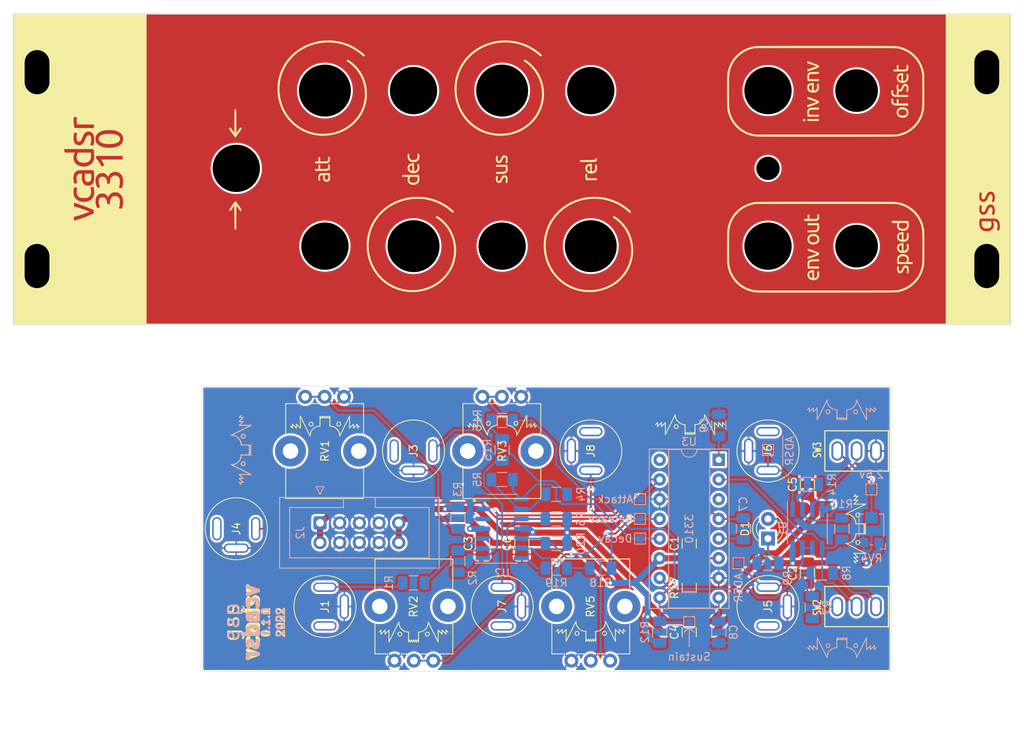
<source format=kicad_pcb>
(kicad_pcb (version 20211014) (generator pcbnew)
  (layers (0 "F.Cu" signal) (31 "B.Cu" signal) (34 "B.Paste" user) (35 "F.Paste" user) (36 "B.SilkS" user "B.Silkscreen") (37 "F.SilkS" user "F.Silkscreen") (38 "B.Mask" user) (39 "F.Mask" user) (44 "Edge.Cuts" user))
  (net 0 "")
  (net 1 "+12V")
  (net 2 "GND")
  (net 3 "-12V")
  (net 4 "Net-(C7-Pad2)")
  (net 5 "Net-(C7-Pad1)")
  (net 6 "Net-(C8-Pad2)")
  (net 7 "Net-(C9-Pad1)")
  (net 8 "Net-(D1-Pad1)")
  (net 9 "Net-(D1-Pad2)")
  (net 10 "Net-(J1-PadT)")
  (net 11 "Net-(R1-Pad1)")
  (net 12 "Attack")
  (net 13 "Net-(R3-Pad1)")
  (net 14 "Net-(R4-Pad1)")
  (net 15 "Net-(J3-PadT)")
  (net 16 "Decay")
  (net 17 "Net-(R6-Pad1)")
  (net 18 "Net-(R7-Pad1)")
  (net 19 "Net-(R7-Pad2)")
  (net 20 "Net-(R8-Pad2)")
  (net 21 "Sustain")
  (net 22 "Net-(R13-Pad2)")
  (net 23 "Net-(R13-Pad1)")
  (net 24 "Net-(J6-PadT)")
  (net 25 "Net-(R15-Pad1)")
  (net 26 "Net-(J7-PadT)")
  (net 27 "Net-(R17-Pad2)")
  (net 28 "Net-(J8-PadT)")
  (net 29 "Net-(R18-Pad1)")
  (net 30 "Release")
  (net 31 "Net-(R20-Pad1)")
  (net 32 "Net-(RV4-Pad2)")
  (net 33 "Net-(SW3-Pad2)")
  (net 43 "Net-(U2-Pad6)")
  (footprint "Capacitor_SMD:C_1206_3216Metric" (layer "F.Cu") (at 347.345 11.43 -90)
    (fp_text reference "C1")
    (fp_text value "100nF")
  )
  (footprint "Capacitor_SMD:C_1206_3216Metric" (layer "F.Cu") (at 362.585 15.24 90)
    (fp_text reference "C2")
    (fp_text value "100nF")
  )
  (footprint "Capacitor_SMD:C_1206_3216Metric" (layer "F.Cu") (at 320.675 11.43 90)
    (fp_text reference "C3")
    (fp_text value "100nF")
  )
  (footprint "Capacitor_SMD:C_1206_3216Metric" (layer "F.Cu") (at 347.345 22.86 -90)
    (fp_text reference "C4")
    (fp_text value "100nF")
  )
  (footprint "Capacitor_SMD:C_1206_3216Metric" (layer "F.Cu") (at 362.585 3.81 90)
    (fp_text reference "C5")
    (fp_text value "100nF")
  )
  (footprint "Capacitor_SMD:C_1206_3216Metric" (layer "F.Cu") (at 325.755 11.43 -90)
    (fp_text reference "C6")
    (fp_text value "100nF")
  )
  (footprint "LED_THT:LED_D3.0mm" (layer "F.Cu") (at 357.505 10.795 90)
    (fp_text reference "D1")
    (fp_text value "Blue")
  )
  (footprint "Resistor_SMD:R_1206_3216Metric" (layer "F.Cu") (at 347.345 17.145 90)
    (fp_text reference "R17")
    (fp_text value "470")
  )
  (footprint "Potentiometer_THT:Potentiometer_Alps_RK09K_Single_Vertical" (layer "F.Cu") (at 297.815 -7.493 -90)
    (fp_text reference "RV1")
    (fp_text value "10k log")
  )
  (footprint "Potentiometer_THT:Potentiometer_Alps_RK09K_Single_Vertical" (layer "F.Cu") (at 314.325 26.543 90)
    (fp_text reference "RV2")
    (fp_text value "10k log")
  )
  (footprint "component-library:STMS-102-Micro_Toggle_Switch_SPDT" (layer "F.Cu") (at 368.935 19.558 90)
    (fp_text reference "SW2")
    (fp_text value "SW_SPDT")
  )
  (footprint "component-library:STMS-102-Micro_Toggle_Switch_SPDT" (layer "F.Cu") (at 368.935 -0.508 90)
    (fp_text reference "SW3")
    (fp_text value "SW_SPDT")
  )
  (footprint "Potentiometer_THT:Potentiometer_Alps_RK09K_Single_Vertical" (layer "F.Cu") (at 320.675 -7.493 -90)
    (fp_text reference "RV3")
    (fp_text value "100k lin")
  )
  (footprint "Potentiometer_THT:Potentiometer_Alps_RK09K_Single_Vertical" (layer "F.Cu") (at 337.145 26.543 90)
    (fp_text reference "RV5")
    (fp_text value "10k log")
  )
  (footprint "component-library:PJ-392" (layer "F.Cu") (at 300.355 19.558 -90)
    (fp_text reference "J1")
    (fp_text value "CV Attack")
  )
  (footprint "component-library:PJ-392" (layer "F.Cu") (at 311.785 -0.508 180)
    (fp_text reference "J3")
    (fp_text value "CV Decay")
  )
  (footprint "component-library:PJ-392" (layer "F.Cu") (at 288.925 9.525 180)
    (fp_text reference "J4")
    (fp_text value "CV Gate")
  )
  (footprint "component-library:PJ-392" (layer "F.Cu") (at 357.505 19.558 -90)
    (fp_text reference "J5")
    (fp_text value "Envelope")
  )
  (footprint "component-library:PJ-392" (layer "F.Cu") (at 357.505 -0.508 90)
    (fp_text reference "J6")
    (fp_text value "Inverse Env")
  )
  (footprint "component-library:PJ-392" (layer "F.Cu") (at 323.215 19.558 -90)
    (fp_text reference "J7")
    (fp_text value "CV Sustain")
  )
  (footprint "component-library:PJ-392" (layer "F.Cu") (at 334.645 -0.508 90)
    (fp_text reference "J8")
    (fp_text value "CV Release")
  )
  (footprint "component-library:alien_small" (layer "F.Cu") (at 323.215 -5.08 180)
    (fp_text reference "  " hide)
    (fp_text value "  " hide)
  )
  (footprint "component-library:alien_small" (layer "F.Cu") (at 300.355 -4.985 180)
    (fp_text reference "  " hide)
    (fp_text value "  " hide)
  )
  (footprint "component-library:alien_small" (layer "F.Cu") (at 290.83 -0.635 90)
    (fp_text reference "  " hide)
    (fp_text value "  " hide)
  )
  (footprint "component-library:alien_small" (layer "F.Cu") (at 370.11 9.525 90)
    (fp_text reference "  " hide)
    (fp_text value "  " hide)
  )
  (footprint "component-library:alien_small" (layer "F.Cu") (at 334.645 24.035)
    (fp_text reference "  " hide)
    (fp_text value "  " hide)
  )
  (footprint "drill_sizes:MountingHole_SMTS_Switch" (layer "F.Cu") (at 368.935 -46.99 90)
    (fp_text reference "REF**" hide)
    (fp_text value "MountingHole_5.5mm" hide)
  )
  (footprint "drill_sizes:MountingHole_PJ-392" (layer "F.Cu") (at 357.505 -46.99 90)
    (fp_text reference "REF**" hide)
    (fp_text value "MountingHole_6.1" hide)
  )
  (footprint "drill_sizes:MountingHole_SMTS_Switch" (layer "F.Cu") (at 368.935 -26.924 90)
    (fp_text reference "REF**" hide)
    (fp_text value "MountingHole_5.5mm" hide)
  )
  (footprint "drill_sizes:MountingHole_PJ-392" (layer "F.Cu") (at 300.355 -26.924 90)
    (fp_text reference "REF**" hide)
    (fp_text value "MountingHole_6.1" hide)
  )
  (footprint "drill_sizes:8hp" (layer "F.Cu") (at 260.223 -16.8656 90)
    (fp_text reference "REF**" hide)
    (fp_text value "8hp" hide)
    (fp_line (start 0 0) (end 40 0) (layer "Edge.Cuts") (width 0.12))
    (fp_line (start 40 128.5) (end 0 128.5) (layer "Edge.Cuts") (width 0.12))
    (fp_line (start 0 0) (end 0 128.5) (layer "Edge.Cuts") (width 0.12))
    (fp_line (start 40 0) (end 40 128.5) (layer "Edge.Cuts") (width 0.12))
  )
  (footprint "drill_sizes:MountingHole_PJ-392" (layer "F.Cu") (at 357.505 -26.924 90)
    (fp_text reference "REF**" hide)
    (fp_text value "MountingHole_6.1" hide)
  )
  (footprint "drill_sizes:MountingHole_PJ-392" (layer "F.Cu") (at 323.215 -26.924 90)
    (fp_text reference "REF**" hide)
    (fp_text value "MountingHole_6.1" hide)
  )
  (footprint "frontpanel:adsr-3310" (layer "F.Cu") (at 324.485 -36.83 90)
    (fp_text reference "G***" hide)
    (fp_text value "LOGO" hide)
  )
  (footprint "MountingHole:MountingHole_3mm" (layer "F.Cu") (at 357.505 -36.957 90)
    (fp_text reference "REF**" hide)
    (fp_text value "MountingHole_3mm" hide)
  )
  (footprint "drill_sizes:MountingHole_PJ-392" (layer "F.Cu") (at 311.785 -46.99 90)
    (fp_text reference "REF**" hide)
    (fp_text value "MountingHole_6.1" hide)
  )
  (footprint "drill_sizes:MountingHole_RK09_V" (layer "F.Cu") (at 311.785 -26.924 90)
    (fp_text reference "REF**" hide)
    (fp_text value "MountingHole_RK09_V" hide)
  )
  (footprint "drill_sizes:MountingHole_RK09_V" (layer "F.Cu") (at 323.215 -46.99 90)
    (fp_text reference "REF**" hide)
    (fp_text value "MountingHole_RK09_V" hide)
  )
  (footprint "drill_sizes:MountingHole_PJ-392" (layer "F.Cu") (at 288.925 -36.957 90)
    (fp_text reference "REF**" hide)
    (fp_text value "MountingHole_6.1" hide)
  )
  (footprint "component-library:alien_small" (layer "F.Cu") (at 347.44 -2.635)
    (fp_text reference "  " hide)
    (fp_text value "  " hide)
  )
  (footprint "drill_sizes:MountingHole_RK09_V" (layer "F.Cu") (at 334.645 -26.924 90)
    (fp_text reference "REF**" hide)
    (fp_text value "MountingHole_RK09_V" hide)
  )
  (footprint "drill_sizes:MountingHole_PJ-392" (layer "F.Cu") (at 334.645 -46.99 90)
    (fp_text reference "REF**" hide)
    (fp_text value "MountingHole_6.1" hide)
  )
  (footprint "component-library:alien_small" (layer "F.Cu") (at 311.785 24.13)
    (fp_text reference "  " hide)
    (fp_text value "  " hide)
  )
  (footprint "drill_sizes:MountingHole_RK09_V" (layer "F.Cu") (at 300.355 -46.99 90)
    (fp_text reference "REF**" hide)
    (fp_text value "MountingHole_RK09_V" hide)
  )
  (footprint "Capacitor_SMD:C_1206_3216Metric" (layer "B.Cu") (at 354.33 9.535 90)
    (fp_text reference "C7")
    (fp_text value "3nF")
  )
  (footprint "Capacitor_SMD:C_1206_3216Metric" (layer "B.Cu") (at 351.155 22.86 90)
    (fp_text reference "C8")
    (fp_text value "68nF")
  )
  (footprint "Capacitor_SMD:C_1206_3216Metric" (layer "B.Cu") (at 351.155 -3.81 90)
    (fp_text reference "C9")
    (fp_text value "39nF")
  )
  (footprint "Resistor_SMD:R_1206_3216Metric" (layer "B.Cu") (at 311.785 16.51 180)
    (fp_text reference "R1")
    (fp_text value "100k")
  )
  (footprint "Resistor_SMD:R_1206_3216Metric" (layer "B.Cu") (at 317.5 13.716 90)
    (fp_text reference "R2")
    (fp_text value "4k7")
  )
  (footprint "Resistor_SMD:R_1206_3216Metric" (layer "B.Cu") (at 317.5 8.128 90)
    (fp_text reference "R3")
    (fp_text value "470k")
  )
  (footprint "Resistor_SMD:R_1206_3216Metric" (layer "B.Cu") (at 330.2 5.08)
    (fp_text reference "R4")
    (fp_text value "100k")
  )
  (footprint "Resistor_SMD:R_1206_3216Metric" (layer "B.Cu") (at 323.215 3.175 180)
    (fp_text reference "R5")
    (fp_text value "4k7")
  )
  (footprint "Resistor_SMD:R_1206_3216Metric" (layer "B.Cu") (at 330.2 8.255)
    (fp_text reference "R6")
    (fp_text value "470k")
  )
  (footprint "Resistor_SMD:R_1206_3216Metric" (layer "B.Cu") (at 363.22 19.685 90)
    (fp_text reference "R7")
    (fp_text value "20k")
  )
  (footprint "Resistor_SMD:R_1206_3216Metric" (layer "B.Cu") (at 364.49 15.24)
    (fp_text reference "R8")
    (fp_text value "30k")
  )
  (footprint "Resistor_SMD:R_1206_3216Metric" (layer "B.Cu") (at 357.505 13.97)
    (fp_text reference "R9")
    (fp_text value "10k")
  )
  (footprint "Resistor_SMD:R_1206_3216Metric" (layer "B.Cu") (at 343.535 22.86 -90)
    (fp_text reference "R12")
    (fp_text value "140k")
  )
  (footprint "Resistor_SMD:R_1206_3216Metric" (layer "B.Cu") (at 367.03 9.525 -90)
    (fp_text reference "R13")
    (fp_text value "100k")
  )
  (footprint "Resistor_SMD:R_1206_3216Metric" (layer "B.Cu") (at 362.585 3.81)
    (fp_text reference "R14")
    (fp_text value "100k")
  )
  (footprint "Resistor_SMD:R_1206_3216Metric" (layer "B.Cu") (at 323.215 -0.635 -90)
    (fp_text reference "R15")
    (fp_text value "56k")
  )
  (footprint "Resistor_SMD:R_1206_3216Metric" (layer "B.Cu") (at 323.215 -4.445 180)
    (fp_text reference "R16")
    (fp_text value "2k7")
  )
  (footprint "Resistor_SMD:R_1206_3216Metric" (layer "B.Cu") (at 335.915 14.605)
    (fp_text reference "R18")
    (fp_text value "100k")
  )
  (footprint "Resistor_SMD:R_1206_3216Metric" (layer "B.Cu") (at 330.2 14.605)
    (fp_text reference "R19")
    (fp_text value "4k7")
  )
  (footprint "Resistor_SMD:R_1206_3216Metric" (layer "B.Cu") (at 330.2 11.43)
    (fp_text reference "R20")
    (fp_text value "470k")
  )
  (footprint "Package_SO:SOIC-8_3.9x4.9mm_P1.27mm" (layer "B.Cu") (at 362.585 9.525 -90)
    (fp_text reference "U1")
    (fp_text value "LM358")
  )
  (footprint "Package_SO:SOIC-14_3.9x8.7mm_P1.27mm" (layer "B.Cu") (at 323.215 9.525)
    (fp_text reference "U2")
    (fp_text value "TL074")
  )
  (footprint "Package_DIP:DIP-16_W7.62mm_Socket" (layer "B.Cu") (at 351.145 0.635 180)
    (fp_text reference "U3")
    (fp_text value "AS3310")
  )
  (footprint "TestPoint:TestPoint_Pad_1.0x1.0mm" (layer "B.Cu") (at 370.84 4.445)
    (fp_text reference "2.5V")
    (fp_text value "2.5V")
  )
  (footprint "Connector_IDC:IDC-Header_2x05_P2.54mm_Vertical" (layer "B.Cu") (at 299.72 8.7725 -90)
    (fp_text reference "J2")
    (fp_text value "Power")
  )
  (footprint "Potentiometer_SMD:Potentiometer_Bourns_TC33X_Vertical" (layer "B.Cu") (at 370.84 9.525 90)
    (fp_text reference "RV4")
    (fp_text value "100k")
  )
  (footprint "TestPoint:TestPoint_Pad_1.0x1.0mm" (layer "B.Cu") (at 340.995 5.715 180)
    (fp_text reference "Attack")
    (fp_text value "[0V,-240mV]")
  )
  (footprint "TestPoint:TestPoint_Pad_1.0x1.0mm" (layer "B.Cu") (at 340.995 10.795 90)
    (fp_text reference "Decay")
    (fp_text value "[0V,-240mV]")
  )
  (footprint "TestPoint:TestPoint_Pad_1.0x1.0mm" (layer "B.Cu") (at 353.695 13.97 90)
    (fp_text reference "ADSR")
    (fp_text value "ADSR")
  )
  (footprint "TestPoint:TestPoint_Pad_1.0x1.0mm" (layer "B.Cu") (at 347.345 21.59 180)
    (fp_text reference "Sustain")
    (fp_text value "[0V,5V]")
  )
  (footprint "TestPoint:TestPoint_Pad_1.0x1.0mm" (layer "B.Cu") (at 357.505 -0.635 90)
    (fp_text reference "ADSR")
    (fp_text value "inv. ADSR")
  )
  (footprint "TestPoint:TestPoint_Pad_1.0x1.0mm" (layer "B.Cu") (at 340.995 8.255 -90)
    (fp_text reference "Release")
    (fp_text value "[0V,-240mV]")
  )
  (footprint "component-library:alien_small" (layer "B.Cu") (at 290.83 -0.635 -90)
    (fp_text reference "  " hide)
    (fp_text value "  " hide)
  )
  (footprint "component-library:alien_small" (layer "B.Cu") (at 367.03 23.59)
    (fp_text reference "  " hide)
    (fp_text value "  " hide)
  )
  (footprint "component-library:alien_small" (layer "B.Cu") (at 367.03 -4.54 180)
    (fp_text reference "  " hide)
    (fp_text value "  " hide)
  )
  (gr_line (start 359.41 -2.413) (end 359.41 1.397) (layer "B.SilkS") (width 0.12))
  (gr_line (start 346.71 22.86) (end 347.345 22.29) (layer "B.SilkS") (width 0.12))
  (gr_line (start 347.345 24.765) (end 347.345 22.29) (layer "B.SilkS") (width 0.12))
  (gr_line (start 347.345 22.29) (end 346.71 22.86) (layer "B.SilkS") (width 0.12))
  (gr_line (start 347.345 22.29) (end 347.98 22.86) (layer "B.SilkS") (width 0.12))
  (gr_line (start 284.48 -8.89) (end 373.38 -8.89) (layer "Edge.Cuts") (width 0.05))
  (gr_line (start 284.48 27.94) (end 284.48 -8.89) (layer "Edge.Cuts") (width 0.05))
  (gr_line (start 373.38 27.94) (end 284.48 27.94) (layer "Edge.Cuts") (width 0.05))
  (gr_line (start 373.38 -8.89) (end 373.38 27.94) (layer "Edge.Cuts") (width 0.05))
  (gr_text "vcadsr" (at 290.83 21.59 90) (layer "B.SilkS") (effects (font (size 2 2) (thickness 0.5)) (justify mirror)))
  (gr_text "gss" (at 288.29 21.59 90) (layer "B.SilkS") (effects (font (size 2 2) (thickness 0.25)) (justify mirror)))
  (gr_text "3310" (at 347.345 9.525 90) (layer "B.SilkS") (effects (font (size 1 1)) (justify mirror)))
  (gr_text "0.1.1" (at 292.735 21.59 90) (layer "B.SilkS") (effects (font (size 1 1) (thickness 0.25)) (justify mirror)))
  (gr_text "2022" (at 294.64 21.59 90) (layer "B.SilkS") (effects (font (size 1 1) (thickness 0.25)) (justify mirror)))
  (gr_text "gss" (at 288.29 21.59 90) (layer "F.SilkS") (effects (font (size 2 2) (thickness 0.25))))
  (gr_text "0.1.1" (at 292.735 21.59 90) (layer "F.SilkS") (effects (font (size 1 1) (thickness 0.25))))
  (gr_text "2022" (at 294.64 21.59 90) (layer "F.SilkS") (effects (font (size 1 1) (thickness 0.25))))
  (gr_text "vcadsr" (at 290.83 21.59 90) (layer "F.SilkS") (effects (font (size 2 2) (thickness 0.5))))
  (segment (start 321.99952 11.35452) (end 332.34702 11.35452) (width 0.8) (layer "F.Cu") (net 1))
  (segment (start 360.68 13.97) (end 358.905 13.97) (width 0.8) (layer "F.Cu") (net 1))
  (segment (start 309.9975 8.7725) (end 310.515 8.255) (width 0.8) (layer "F.Cu") (net 1))
  (segment (start 350.52 22.86) (end 354.33 19.05) (width 0.8) (layer "F.Cu") (net 1))
  (segment (start 346.84 13.335) (end 347.345 12.83) (width 0.8) (layer "F.Cu") (net 1))
  (segment (start 332.34702 11.35452) (end 337.185 16.1925) (width 0.8) (layer "F.Cu") (net 1))
  (segment (start 319.07452 9.525) (end 320.17 9.525) (width 0.8) (layer "F.Cu") (net 1))
  (segment (start 354.33 19.05) (end 354.33 17.275) (width 0.8) (layer "F.Cu") (net 1))
  (segment (start 310.515 8.255) (end 318.9 8.255) (width 0.8) (layer "F.Cu") (net 1))
  (segment (start 337.185 16.1925) (end 337.185 16.51) (width 0.8) (layer "F.Cu") (net 1))
  (segment (start 343.525 13.335) (end 346.84 13.335) (width 0.8) (layer "F.Cu") (net 1))
  (segment (start 357.635 13.97) (end 358.905 13.97) (width 0.8) (layer "F.Cu") (net 1))
  (segment (start 309.88 8.7725) (end 309.88 11.3125) (width 0.8) (layer "F.Cu") (net 1))
  (segment (start 350.52 22.86) (end 343.941817 22.86) (width 0.8) (layer "F.Cu") (net 1))
  (segment (start 309.88 8.7725) (end 309.9975 8.7725) (width 0.8) (layer "F.Cu") (net 1))
  (segment (start 360.68 13.97) (end 370.205 13.97) (width 0.8) (layer "F.Cu") (net 1))
  (segment (start 343.941817 22.86) (end 341.979217 20.8974) (width 0.8) (layer "F.Cu") (net 1))
  (segment (start 320.675 10.03) (end 321.99952 11.35452) (width 0.8) (layer "F.Cu") (net 1))
  (segment (start 318.9 8.255) (end 320.675 10.03) (width 0.8) (layer "F.Cu") (net 1))
  (segment (start 354.33 17.275) (end 357.635 13.97) (width 0.8) (layer "F.Cu") (net 1))
  (via (at 370.205 13.97) (size 0.8) (drill 0.4) (layers "F.Cu" "B.Cu") (net 1))
  (via (at 360.68 13.97) (size 0.8) (drill 0.4) (layers "F.Cu" "B.Cu") (net 1))
  (via (at 337.185 16.51) (size 0.8) (drill 0.4) (layers "F.Cu" "B.Cu") (net 1))
  (via (at 319.07452 9.525) (size 0.8) (drill 0.4) (layers "F.Cu" "B.Cu") (net 1))
  (via (at 341.979217 20.8974) (size 0.8) (drill 0.4) (layers "F.Cu" "B.Cu") (net 1))
  (segment (start 370.205 13.97) (end 370.295 13.97) (width 0.8) (layer "B.Cu") (net 1))
  (segment (start 343.535 24.26) (end 343.03 24.26) (width 0.8) (layer "B.Cu") (net 1))
  (segment (start 337.185 16.51) (end 340.35 16.51) (width 0.8) (layer "B.Cu") (net 1))
  (segment (start 343.03 24.26) (end 341.63 22.86) (width 0.8) (layer "B.Cu") (net 1))
  (segment (start 320.74 9.525) (end 319.07452 9.525) (width 0.8) (layer "B.Cu") (net 1))
  (segment (start 370.205 13.97) (end 371.84 12.335) (width 0.8) (layer "B.Cu") (net 1))
  (segment (start 371.84 12.335) (end 371.84 11.325) (width 0.8) (layer "B.Cu") (net 1))
  (segment (start 341.63 22.86) (end 341.63 21.246617) (width 0.8) (layer "B.Cu") (net 1))
  (segment (start 340.35 16.51) (end 343.525 13.335) (width 0.8) (layer "B.Cu") (net 1))
  (segment (start 341.979217 20.8974) (end 341.979217 18.139217) (width 0.8) (layer "B.Cu") (net 1))
  (segment (start 341.63 21.246617) (end 341.979217 20.8974) (width 0.8) (layer "B.Cu") (net 1))
  (segment (start 341.979217 18.139217) (end 340.35 16.51) (width 0.8) (layer "B.Cu") (net 1))
  (segment (start 360.68 12) (end 360.68 13.97) (width 0.8) (layer "B.Cu") (net 1))
  (via (at 318.135 3.81) (size 0.4) (drill 0.3) (layers "F.Cu" "B.Cu") (net 2))
  (segment (start 353.06 18.62063) (end 353.06 16.8275) (width 0.8) (layer "F.Cu") (net 3))
  (segment (start 365.76 6.35) (end 363.725 6.35) (width 0.8) (layer "F.Cu") (net 3))
  (segment (start 347.345 21.46) (end 350.22063 21.46) (width 0.8) (layer "F.Cu") (net 3))
  (segment (start 342.025489 18.175489) (end 333.88 10.03) (width 0.8) (layer "F.Cu") (net 3))
  (segment (start 344.44937 21.46) (end 342.025489 19.036119) (width 0.8) (layer "F.Cu") (net 3))
  (segment (start 299.72 8.7725) (end 299.8375 8.7725) (width 0.8) (layer "F.Cu") (net 3))
  (segment (start 363.725 7.595044) (end 363.725 6.35) (width 0.8) (layer "F.Cu") (net 3))
  (segment (start 323.085 10.03) (end 325.755 10.03) (width 0.8) (layer "F.Cu") (net 3))
  (segment (start 333.88 10.03) (end 325.755 10.03) (width 0.8) (layer "F.Cu") (net 3))
  (segment (start 301.625 6.985) (end 315.849 6.985) (width 0.8) (layer "F.Cu") (net 3))
  (segment (start 353.06 16.8275) (end 357.1875 12.7) (width 0.8) (layer "F.Cu") (net 3))
  (segment (start 299.72 11.3125) (end 299.72 8.7725) (width 0.8) (layer "F.Cu") (net 3))
  (segment (start 350.22063 21.46) (end 353.06 18.62063) (width 0.8) (layer "F.Cu") (net 3))
  (segment (start 299.8375 8.7725) (end 301.625 6.985) (width 0.8) (layer "F.Cu") (net 3))
  (segment (start 358.620044 12.7) (end 363.725 7.595044) (width 0.8) (layer "F.Cu") (net 3))
  (segment (start 320.04 6.985) (end 323.085 10.03) (width 0.8) (layer "F.Cu") (net 3))
  (segment (start 342.025489 19.036119) (end 342.025489 18.175489) (width 0.8) (layer "F.Cu") (net 3))
  (segment (start 363.725 6.35) (end 362.585 5.21) (width 0.8) (layer "F.Cu") (net 3))
  (segment (start 347.345 18.545) (end 347.345 21.46) (width 0.8) (layer "F.Cu") (net 3))
  (segment (start 347.345 21.46) (end 344.44937 21.46) (width 0.8) (layer "F.Cu") (net 3))
  (segment (start 315.849 6.985) (end 320.04 6.985) (width 0.8) (layer "F.Cu") (net 3))
  (segment (start 357.1875 12.7) (end 358.620044 12.7) (width 0.8) (layer "F.Cu") (net 3))
  (via (at 327.155 9.97048) (size 0.8) (drill 0.4) (layers "F.Cu" "B.Cu") (net 3))
  (via (at 365.76 6.35) (size 0.8) (drill 0.4) (layers "F.Cu" "B.Cu") (net 3))
  (via (at 331.6 10.03) (size 0.8) (drill 0.4) (layers "F.Cu" "B.Cu") (net 3))
  (via (at 315.849 6.985) (size 0.8) (drill 0.4) (layers "F.Cu" "B.Cu") (net 3))
  (segment (start 325.69 9.525) (end 326.70952 9.525) (width 0.8) (layer "B.Cu") (net 3))
  (segment (start 331.6 8.255) (end 331.6 11.43) (width 0.8) (layer "B.Cu") (net 3))
  (segment (start 326.70952 9.525) (end 327.155 9.97048) (width 0.8) (layer "B.Cu") (net 3))
  (segment (start 316.106 6.728) (end 315.849 6.985) (width 0.8) (layer "B.Cu") (net 3))
  (segment (start 317.5 6.728) (end 316.106 6.728) (width 0.8) (layer "B.Cu") (net 3))
  (segment (start 364.49 7.05) (end 365.06 7.05) (width 0.8) (layer "B.Cu") (net 3))
  (segment (start 365.06 7.05) (end 365.76 6.35) (width 0.8) (layer "B.Cu") (net 3))
  (segment (start 320.48548 6.16048) (end 299.65552 6.16048) (width 0.25) (layer "F.Cu") (net 4))
  (segment (start 296.291 9.525) (end 291.465 9.525) (width 0.25) (layer "F.Cu") (net 4))
  (segment (start 299.65552 6.16048) (end 296.291 9.525) (width 0.25) (layer "F.Cu") (net 4))
  (segment (start 339.09 6.985) (end 337.82 8.255) (width 0.25) (layer "F.Cu") (net 4))
  (segment (start 322.58 8.255) (end 320.48548 6.16048) (width 0.25) (layer "F.Cu") (net 4))
  (segment (start 349.875 6.985) (end 339.09 6.985) (width 0.25) (layer "F.Cu") (net 4))
  (segment (start 351.145 8.255) (end 349.875 6.985) (width 0.25) (layer "F.Cu") (net 4))
  (segment (start 337.82 8.255) (end 322.58 8.255) (width 0.25) (layer "F.Cu") (net 4))
  (segment (start 354.21 8.255) (end 351.145 8.255) (width 0.25) (layer "B.Cu") (net 4))
  (segment (start 354.33 8.135) (end 354.21 8.255) (width 0.25) (layer "B.Cu") (net 4))
  (segment (start 354.33 10.935) (end 354.19 10.795) (width 0.25) (layer "B.Cu") (net 5))
  (segment (start 354.19 10.795) (end 351.145 10.795) (width 0.25) (layer "B.Cu") (net 5))
  (segment (start 351.145 18.415) (end 351.145 21.45) (width 0.25) (layer "B.Cu") (net 6))
  (segment (start 351.145 21.45) (end 351.155 21.46) (width 0.25) (layer "B.Cu") (net 6))
  (segment (start 351.145 0.635) (end 351.145 -2.4) (width 0.25) (layer "B.Cu") (net 7))
  (segment (start 351.145 -2.4) (end 351.155 -2.41) (width 0.25) (layer "B.Cu") (net 7))
  (segment (start 357.505 10.795) (end 357.505 12.57) (width 0.25) (layer "B.Cu") (net 8))
  (segment (start 357.505 12.57) (end 358.905 13.97) (width 0.25) (layer "B.Cu") (net 8))
  (segment (start 361.95 11.427208) (end 361.95 12) (width 0.25) (layer "B.Cu") (net 9))
  (segment (start 361.95 12) (end 363.22 12) (width 0.25) (layer "B.Cu") (net 9))
  (segment (start 357.505 17.018) (end 358.902 17.018) (width 0.25) (layer "B.Cu") (net 9))
  (segment (start 353.695 13.97) (end 356.743 17.018) (width 0.25) (layer "B.Cu") (net 9))
  (segment (start 361.95 13.97) (end 361.95 12) (width 0.25) (layer "B.Cu") (net 9))
  (segment (start 358.777792 8.255) (end 361.95 11.427208) (width 0.25) (layer "B.Cu") (net 9))
  (segment (start 358.902 17.018) (end 361.95 13.97) (width 0.25) (layer "B.Cu") (net 9))
  (segment (start 356.743 17.018) (end 357.505 17.018) (width 0.25) (layer "B.Cu") (net 9))
  (segment (start 357.505 8.255) (end 358.777792 8.255) (width 0.25) (layer "B.Cu") (net 9))
  (segment (start 300.355 17.018) (end 309.877 17.018) (width 0.25) (layer "B.Cu") (net 10))
  (segment (start 309.877 17.018) (end 310.385 16.51) (width 0.25) (layer "B.Cu") (net 10))
  (segment (start 313.185 16.51) (end 313.306 16.51) (width 0.25) (layer "B.Cu") (net 11))
  (segment (start 320.489 12.316) (end 320.74 12.065) (width 0.25) (layer "B.Cu") (net 11))
  (segment (start 313.306 16.51) (end 317.5 12.316) (width 0.25) (layer "B.Cu") (net 11))
  (segment (start 317.5 12.316) (end 320.489 12.316) (width 0.25) (layer "B.Cu") (net 11))
  (segment (start 322.328399 7.367681) (end 322.766198 7.80548) (width 0.25) (layer "F.Cu") (net 12))
  (segment (start 337.633802 7.80548) (end 342.264282 3.175) (width 0.25) (layer "F.Cu") (net 12))
  (segment (start 343.525 3.185) (end 343.525 3.175) (width 0.25) (layer "F.Cu") (net 12))
  (segment (start 342.264282 3.175) (end 343.525 3.175) (width 0.25) (layer "F.Cu") (net 12))
  (segment (start 322.766198 7.80548) (end 337.633802 7.80548) (width 0.25) (layer "F.Cu") (net 12))
  (segment (start 322.328399 7.261643) (end 322.328399 7.367681) (width 0.25) (layer "F.Cu") (net 12))
  (via (at 322.328399 7.261643) (size 0.4) (drill 0.3) (layers "F.Cu" "B.Cu") (net 12))
  (segment (start 322.58 7.513244) (end 322.328399 7.261643) (width 0.25) (layer "B.Cu") (net 12))
  (segment (start 318.959 15.116) (end 320.74 13.335) (width 0.25) (layer "B.Cu") (net 12))
  (segment (start 343.525 3.175) (end 340.995 5.705) (width 0.25) (layer "B.Cu") (net 12))
  (segment (start 340.995 5.705) (end 340.995 5.715) (width 0.25) (layer "B.Cu") (net 12))
  (segment (start 320.74 13.335) (end 321.116072 13.335) (width 0.25) (layer "B.Cu") (net 12))
  (segment (start 317.5 15.116) (end 318.959 15.116) (width 0.25) (layer "B.Cu") (net 12))
  (segment (start 322.58 11.871072) (end 322.58 7.513244) (width 0.25) (layer "B.Cu") (net 12))
  (segment (start 321.116072 13.335) (end 322.58 11.871072) (width 0.25) (layer "B.Cu") (net 12))
  (segment (start 318.767 10.795) (end 317.5 9.528) (width 0.25) (layer "B.Cu") (net 13))
  (segment (start 306.699022 -5.715) (end 302.093 -5.715) (width 0.25) (layer "B.Cu") (net 13))
  (segment (start 302.093 -5.715) (end 300.315 -7.493) (width 0.25) (layer "B.Cu") (net 13))
  (segment (start 320.74 10.795) (end 318.767 10.795) (width 0.25) (layer "B.Cu") (net 13))
  (segment (start 314.96 2.545978) (end 306.699022 -5.715) (width 0.25) (layer "B.Cu") (net 13))
  (segment (start 314.96 7.558) (end 314.96 2.545978) (width 0.25) (layer "B.Cu") (net 13))
  (segment (start 316.93 9.528) (end 314.96 7.558) (width 0.25) (layer "B.Cu") (net 13))
  (segment (start 317.5 9.528) (end 316.93 9.528) (width 0.25) (layer "B.Cu") (net 13))
  (segment (start 297.815 -7.493) (end 300.315 -7.493) (width 0.25) (layer "B.Cu") (net 13))
  (segment (start 326.895 6.985) (end 328.8 5.08) (width 0.25) (layer "B.Cu") (net 14))
  (segment (start 325.69 6.985) (end 326.895 6.985) (width 0.25) (layer "B.Cu") (net 14))
  (segment (start 321.815 3.175) (end 321.815 3.486072) (width 0.25) (layer "B.Cu") (net 14))
  (segment (start 325.313928 6.985) (end 325.69 6.985) (width 0.25) (layer "B.Cu") (net 14))
  (segment (start 321.815 3.486072) (end 325.313928 6.985) (width 0.25) (layer "B.Cu") (net 14))
  (segment (start 323.85 -0.635) (end 327.84548 3.36048) (width 0.25) (layer "B.Cu") (net 15))
  (segment (start 329.88048 3.36048) (end 331.6 5.08) (width 0.25) (layer "B.Cu") (net 15))
  (segment (start 327.84548 3.36048) (end 329.88048 3.36048) (width 0.25) (layer "B.Cu") (net 15))
  (segment (start 322.58 -0.635) (end 323.85 -0.635) (width 0.25) (layer "B.Cu") (net 15))
  (segment (start 314.325 -0.508) (end 316.992 -3.175) (width 0.25) (layer "B.Cu") (net 15))
  (segment (start 320.04 -3.175) (end 322.58 -0.635) (width 0.25) (layer "B.Cu") (net 15))
  (segment (start 316.992 -3.175) (end 320.04 -3.175) (width 0.25) (layer "B.Cu") (net 15))
  (segment (start 330.2 5.715) (end 330.835 6.35) (width 0.25) (layer "B.Cu") (net 16))
  (segment (start 330.835 6.35) (end 335.28 6.35) (width 0.25) (layer "B.Cu") (net 16))
  (segment (start 329.565 3.81) (end 330.2 4.445) (width 0.25) (layer "B.Cu") (net 16))
  (segment (start 324.615 3.175) (end 324.615 4.64) (width 0.25) (layer "B.Cu") (net 16))
  (segment (start 335.28 6.35) (end 339.725 10.795) (width 0.25) (layer "B.Cu") (net 16))
  (segment (start 340.995 10.795) (end 343.525 10.795) (width 0.25) (layer "B.Cu") (net 16))
  (segment (start 324.615 4.64) (end 325.69 5.715) (width 0.25) (layer "B.Cu") (net 16))
  (segment (start 325.69 5.715) (end 327.595 3.81) (width 0.25) (layer "B.Cu") (net 16))
  (segment (start 327.595 3.81) (end 329.565 3.81) (width 0.25) (layer "B.Cu") (net 16))
  (segment (start 330.2 4.445) (end 330.2 5.715) (width 0.25) (layer "B.Cu") (net 16))
  (segment (start 339.725 10.795) (end 340.995 10.795) (width 0.25) (layer "B.Cu") (net 16))
  (segment (start 311.825 26.543) (end 314.325 26.543) (width 0.25) (layer "B.Cu") (net 17))
  (segment (start 316.108978 26.543) (end 325.03952 17.612458) (width 0.25) (layer "B.Cu") (net 17))
  (segment (start 325.12 8.255) (end 328.8 8.255) (width 0.25) (layer "B.Cu") (net 17))
  (segment (start 325.03952 16.42952) (end 323.85 15.24) (width 0.25) (layer "B.Cu") (net 17))
  (segment (start 314.325 26.543) (end 316.108978 26.543) (width 0.25) (layer "B.Cu") (net 17))
  (segment (start 325.03952 17.612458) (end 325.03952 16.42952) (width 0.25) (layer "B.Cu") (net 17))
  (segment (start 323.85 9.525) (end 325.12 8.255) (width 0.25) (layer "B.Cu") (net 17))
  (segment (start 323.85 15.24) (end 323.85 9.525) (width 0.25) (layer "B.Cu") (net 17))
  (segment (start 325.69 8.255) (end 328.8 8.255) (width 0.25) (layer "B.Cu") (net 17))
  (segment (start 363.22 21.085) (end 364.747 19.558) (width 0.25) (layer "B.Cu") (net 18))
  (segment (start 364.747 19.558) (end 366.435 19.558) (width 0.25) (layer "B.Cu") (net 18))
  (segment (start 356.235 18.415) (end 358.526978 18.415) (width 0.25) (layer "B.Cu") (net 19))
  (segment (start 343.525 15.875) (end 344.940489 17.290489) (width 0.25) (layer "B.Cu") (net 19))
  (segment (start 363.09 15.24) (end 363.09 18.155) (width 0.25) (layer "B.Cu") (net 19))
  (segment (start 361.701978 15.24) (end 363.09 15.24) (width 0.25) (layer "B.Cu") (net 19))
  (segment (start 358.526978 18.415) (end 361.701978 15.24) (width 0.25) (layer "B.Cu") (net 19))
  (segment (start 355.110489 17.290489) (end 356.235 18.415) (width 0.25) (layer "B.Cu") (net 19))
  (segment (start 363.09 18.155) (end 363.22 18.285) (width 0.25) (layer "B.Cu") (net 19))
  (segment (start 344.940489 17.290489) (end 355.110489 17.290489) (width 0.25) (layer "B.Cu") (net 19))
  (segment (start 370.205 17.78) (end 368.43 17.78) (width 0.25) (layer "B.Cu") (net 20))
  (segment (start 371.435 19.01) (end 370.205 17.78) (width 0.25) (layer "B.Cu") (net 20))
  (segment (start 371.435 19.558) (end 371.435 19.01) (width 0.25) (layer "B.Cu") (net 20))
  (segment (start 368.43 17.78) (end 365.89 15.24) (width 0.25) (layer "B.Cu") (net 20))
  (segment (start 345.44 16.51) (end 345.43 16.51) (width 0.25) (layer "F.Cu") (net 21))
  (segment (start 345.43 16.51) (end 343.525 18.415) (width 0.25) (layer "F.Cu") (net 21))
  (via (at 345.44 16.51) (size 0.4) (drill 0.3) (layers "F.Cu" "B.Cu") (net 21))
  (segment (start 330.2 -1.27) (end 330.2 1.27) (width 0.25) (layer "B.Cu") (net 21))
  (segment (start 324.615 -4.445) (end 327.025 -4.445) (width 0.25) (layer "B.Cu") (net 21))
  (segment (start 345.44 10.795) (end 345.44 16.51) (width 0.25) (layer "B.Cu") (net 21))
  (segment (start 343.525 18.415) (end 343.525 21.45) (width 0.25) (layer "B.Cu") (net 21))
  (segment (start 343.525 21.45) (end 343.535 21.46) (width 0.25) (layer "B.Cu") (net 21))
  (segment (start 344.17 9.525) (end 345.44 10.795) (width 0.25) (layer "B.Cu") (net 21))
  (segment (start 323.723 -4.445) (end 324.615 -4.445) (width 0.25) (layer "B.Cu") (net 21))
  (segment (start 339.725 9.525) (end 344.17 9.525) (width 0.25) (layer "B.Cu") (net 21))
  (segment (start 330.2 1.27) (end 334.645 5.715) (width 0.25) (layer "B.Cu") (net 21))
  (segment (start 323.175 -7.493) (end 320.675 -7.493) (width 0.25) (layer "B.Cu") (net 21))
  (segment (start 320.675 -7.493) (end 323.723 -4.445) (width 0.25) (layer "B.Cu") (net 21))
  (segment (start 343.535 21.46) (end 343.665 21.59) (width 0.25) (layer "B.Cu") (net 21))
  (segment (start 327.025 -4.445) (end 330.2 -1.27) (width 0.25) (layer "B.Cu") (net 21))
  (segment (start 334.645 5.715) (end 335.915 5.715) (width 0.25) (layer "B.Cu") (net 21))
  (segment (start 343.665 21.59) (end 347.345 21.59) (width 0.25) (layer "B.Cu") (net 21))
  (segment (start 335.915 5.715) (end 339.725 9.525) (width 0.25) (layer "B.Cu") (net 21))
  (segment (start 364.49 11.43) (end 363.22 10.16) (width 0.25) (layer "B.Cu") (net 22))
  (segment (start 354.965 3.175) (end 351.145 3.175) (width 0.25) (layer "B.Cu") (net 22))
  (segment (start 365.955 12) (end 367.03 10.925) (width 0.25) (layer "B.Cu") (net 22))
  (segment (start 361.95 10.16) (end 354.965 3.175) (width 0.25) (layer "B.Cu") (net 22))
  (segment (start 364.49 12) (end 365.955 12) (width 0.25) (layer "B.Cu") (net 22))
  (segment (start 365.887 16.51) (end 365.125 16.51) (width 0.25) (layer "B.Cu") (net 22))
  (segment (start 368.935 19.558) (end 365.887 16.51) (width 0.25) (layer "B.Cu") (net 22))
  (segment (start 365.125 16.51) (end 364.49 15.875) (width 0.25) (layer "B.Cu") (net 22))
  (segment (start 364.49 15.875) (end 364.49 12) (width 0.25) (layer "B.Cu") (net 22))
  (segment (start 364.49 12) (end 364.49 11.43) (width 0.25) (layer "B.Cu") (net 22))
  (segment (start 363.22 10.16) (end 361.95 10.16) (width 0.25) (layer "B.Cu") (net 22))
  (segment (start 362.77952 8.44952) (end 366.70548 8.44952) (width 0.25) (layer "B.Cu") (net 23))
  (segment (start 361.95 7.05) (end 361.95 7.62) (width 0.25) (layer "B.Cu") (net 23))
  (segment (start 361.95 5.845) (end 361.95 7.05) (width 0.25) (layer "B.Cu") (net 23))
  (segment (start 361.95 7.62) (end 362.77952 8.44952) (width 0.25) (layer "B.Cu") (net 23))
  (segment (start 363.985 3.81) (end 361.95 5.845) (width 0.25) (layer "B.Cu") (net 23))
  (segment (start 366.70548 8.44952) (end 367.03 8.125) (width 0.25) (layer "B.Cu") (net 23))
  (segment (start 360.68 7.05) (end 360.68 4.315) (width 0.25) (layer "B.Cu") (net 24))
  (segment (start 360.68 4.315) (end 361.185 3.81) (width 0.25) (layer "B.Cu") (net 24))
  (segment (start 357.505 2.032) (end 357.505 -0.635) (width 0.25) (layer "B.Cu") (net 24))
  (segment (start 361.185 3.81) (end 359.407 2.032) (width 0.25) (layer "B.Cu") (net 24))
  (segment (start 359.407 2.032) (end 357.505 2.032) (width 0.25) (layer "B.Cu") (net 24))
  (segment (start 323.215 -2.035) (end 321.815 -3.435) (width 0.25) (layer "B.Cu") (net 25))
  (segment (start 321.815 -3.435) (end 321.815 -4.445) (width 0.25) (layer "B.Cu") (net 25))
  (segment (start 321.202027 1.97548) (end 320.86548 2.312027) (width 0.25) (layer "B.Cu") (net 26))
  (segment (start 321.23952 1.97548) (end 321.202027 1.97548) (width 0.25) (layer "B.Cu") (net 26))
  (segment (start 321.202027 4.37452) (end 321.23952 4.37452) (width 0.25) (layer "B.Cu") (net 26))
  (segment (start 321.23952 4.37452) (end 323.215 6.35) (width 0.25) (layer "B.Cu") (net 26))
  (segment (start 322.45 0.765) (end 321.23952 1.97548) (width 0.25) (layer "B.Cu") (net 26))
  (segment (start 320.86548 4.037973) (end 321.202027 4.37452) (width 0.25) (layer "B.Cu") (net 26))
  (segment (start 323.215 6.35) (end 323.215 17.018) (width 0.25) (layer "B.Cu") (net 26))
  (segment (start 320.86548 2.312027) (end 320.86548 4.037973) (width 0.25) (layer "B.Cu") (net 26))
  (segment (start 323.215 0.765) (end 322.45 0.765) (width 0.25) (layer "B.Cu") (net 26))
  (segment (start 349.755 13.335) (end 351.145 13.335) (width 0.25) (layer "F.Cu") (net 27))
  (segment (start 347.345 15.745) (end 349.755 13.335) (width 0.25) (layer "F.Cu") (net 27))
  (segment (start 334.645 6.985) (end 334.645 4.445) (width 0.25) (layer "F.Cu") (net 28))
  (via (at 334.645 4.445) (size 0.4) (drill 0.3) (layers "F.Cu" "B.Cu") (net 28))
  (via (at 334.645 6.985) (size 0.4) (drill 0.3) (layers "F.Cu" "B.Cu") (net 28))
  (segment (start 337.315 14.605) (end 337.315 9.655) (width 0.25) (layer "B.Cu") (net 28))
  (segment (start 337.315 9.655) (end 334.645 6.985) (width 0.25) (layer "B.Cu") (net 28))
  (segment (start 334.645 4.445) (end 334.645 2.032) (width 0.25) (layer "B.Cu") (net 28))
  (segment (start 325.69 12.065) (end 327.025 12.065) (width 0.25) (layer "B.Cu") (net 29))
  (segment (start 327.025 12.065) (end 328.295 13.335) (width 0.25) (layer "B.Cu") (net 29))
  (segment (start 328.295 13.335) (end 330.33 13.335) (width 0.25) (layer "B.Cu") (net 29))
  (segment (start 330.33 13.335) (end 331.6 14.605) (width 0.25) (layer "B.Cu") (net 29))
  (segment (start 331.6 14.605) (end 334.515 14.605) (width 0.25) (layer "B.Cu") (net 29))
  (segment (start 332.105 12.8105) (end 331.3595 12.8105) (width 0.25) (layer "F.Cu") (net 30))
  (segment (start 337.81706 10.16294) (end 336.7905 10.16294) (width 0.25) (layer "F.Cu") (net 30))
  (segment (start 339.725 8.255) (end 337.81706 10.16294) (width 0.25) (layer "F.Cu") (net 30))
  (segment (start 331.3595 12.8105) (end 330.2 13.97) (width 0.25) (layer "F.Cu") (net 30))
  (via (at 330.2 13.97) (size 0.4) (drill 0.3) (layers "F.Cu" "B.Cu") (net 30))
  (via (at 336.7905 10.16294) (size 0.4) (drill 0.3) (layers "F.Cu" "B.Cu") (net 30))
  (via (at 339.725 8.255) (size 0.4) (drill 0.3) (layers "F.Cu" "B.Cu") (net 30))
  (via (at 332.105 12.8105) (size 0.4) (drill 0.3) (layers "F.Cu" "B.Cu") (net 30))
  (segment (start 326.39 13.335) (end 327.66 14.605) (width 0.25) (layer "B.Cu") (net 30))
  (segment (start 325.69 13.335) (end 326.39 13.335) (width 0.25) (layer "B.Cu") (net 30))
  (segment (start 334.14294 12.8105) (end 332.105 12.8105) (width 0.25) (layer "B.Cu") (net 30))
  (segment (start 327.66 14.605) (end 328.8 14.605) (width 0.25) (layer "B.Cu") (net 30))
  (segment (start 329.565 14.605) (end 328.8 14.605) (width 0.25) (layer "B.Cu") (net 30))
  (segment (start 330.2 13.97) (end 329.565 14.605) (width 0.25) (layer "B.Cu") (net 30))
  (segment (start 340.995 8.255) (end 343.525 8.255) (width 0.25) (layer "B.Cu") (net 30))
  (segment (start 336.7905 10.16294) (end 334.14294 12.8105) (width 0.25) (layer "B.Cu") (net 30))
  (segment (start 339.725 8.255) (end 340.995 8.255) (width 0.25) (layer "B.Cu") (net 30))
  (segment (start 331.551085 13.335) (end 335.28 13.335) (width 0.25) (layer "B.Cu") (net 31))
  (segment (start 335.915 25.313) (end 337.145 26.543) (width 0.25) (layer "B.Cu") (net 31))
  (segment (start 328.165 10.795) (end 328.8 11.43) (width 0.25) (layer "B.Cu") (net 31))
  (segment (start 335.915 13.97) (end 335.915 25.313) (width 0.25) (layer "B.Cu") (net 31))
  (segment (start 335.28 13.335) (end 335.915 13.97) (width 0.25) (layer "B.Cu") (net 31))
  (segment (start 328.8 11.43) (end 329.646085 11.43) (width 0.25) (layer "B.Cu") (net 31))
  (segment (start 335.915 25.313) (end 335.875 25.313) (width 0.25) (layer "B.Cu") (net 31))
  (segment (start 329.646085 11.43) (end 331.551085 13.335) (width 0.25) (layer "B.Cu") (net 31))
  (segment (start 325.69 10.795) (end 328.165 10.795) (width 0.25) (layer "B.Cu") (net 31))
  (segment (start 335.875 25.313) (end 334.645 26.543) (width 0.25) (layer "B.Cu") (net 31))
  (segment (start 366.435 -0.508) (end 370.118 3.175) (width 0.25) (layer "F.Cu") (net 32))
  (segment (start 370.118 3.175) (end 370.84 3.175) (width 0.25) (layer "F.Cu") (net 32))
  (via (at 370.84 3.175) (size 0.4) (drill 0.3) (layers "F.Cu" "B.Cu") (net 32))
  (segment (start 370.84 4.445) (end 370.84 3.175) (width 0.25) (layer "B.Cu") (net 32))
  (segment (start 370.84 4.445) (end 370.84 8.075) (width 0.25) (layer "B.Cu") (net 32))
  (segment (start 363.22 6.532507) (end 368.935 0.817507) (width 0.25) (layer "B.Cu") (net 33))
  (segment (start 363.22 7.05) (end 363.22 6.532507) (width 0.25) (layer "B.Cu") (net 33))
  (segment (start 368.935 0.817507) (end 368.935 -0.508) (width 0.25) (layer "B.Cu") (net 33))
  (segment (start 320.74 5.715) (end 320.74 6.985) (width 0.25) (layer "B.Cu") (net 43))
  (zone (net 2) (net_name "GND") (layers F&B.Cu) (connect_pads (clearance 0.2)) (min_thickness 0.2) (fill yes (thermal_gap 0.3) (thermal_bridge_width 0.2))
    (polygon (pts (xy 373.38 27.94) (xy 284.48 27.94) (xy 284.48 -8.89) (xy 373.38 -8.89)))
  )
  (zone (net 0) (net_name "") (layer "F.Cu") (connect_pads (clearance 0)) (min_thickness 0.254) (fill yes (thermal_gap 0.508) (thermal_bridge_width 0.508))
    (polygon (pts (xy 390.525 -58.674) (xy 390.525 -15.494) (xy 258.445 -15.494) (xy 258.445 -58.674)))
  )
)
</source>
